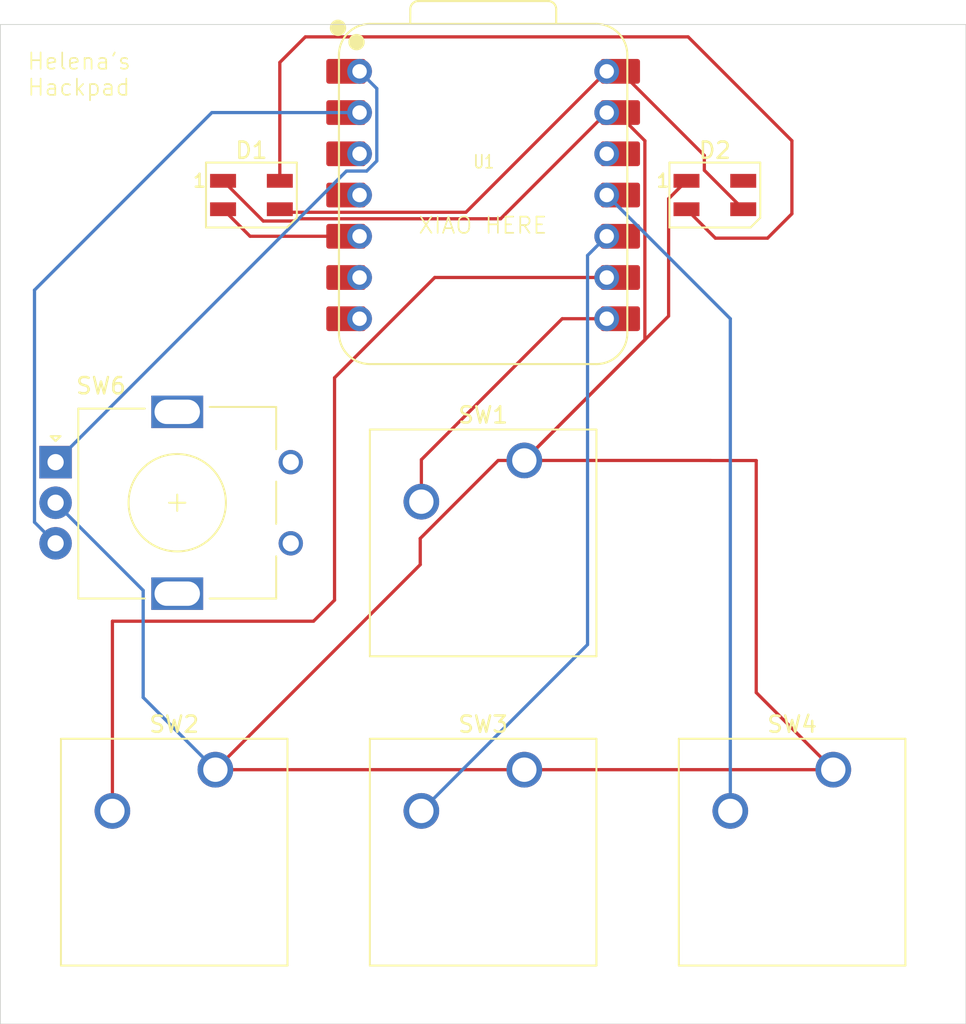
<source format=kicad_pcb>
(kicad_pcb (version 20241229) (generator "pcbnew") (generator_version "9.0")
  (layers (0 "F.Cu" signal) (2 "B.Cu" signal) (13 "F.Paste" user) (15 "B.Paste" user) (5 "F.SilkS" user "F.Silkscreen") (7 "B.SilkS" user "B.Silkscreen") (1 "F.Mask" user) (3 "B.Mask" user) (25 "Edge.Cuts" user))
  (net 0 "")
  (net 1 "+5V")
  (net 2 "Net-(D1-DIN)")
  (net 3 "Net-(D1-DOUT)")
  (net 5 "GND")
  (net 6 "Net-(U1-GPIO1{slash}RX)")
  (net 7 "Net-(U1-GPIO2{slash}SCK)")
  (net 8 "Net-(U1-GPIO4{slash}MISO)")
  (net 9 "Net-(U1-GPIO3{slash}MOSI)")
  (net 11 "Net-(U1-GPIO27{slash}ADC1{slash}A1)")
  (net 15 "Net-(U1-GPIO26{slash}ADC0{slash}A0)")
  (footprint "Rotary_Encoder:RotaryEncoder_Alps_EC11E_Vertical_H20mm" (layer "F.Cu") (at 54.6 61.7)
    (property "Reference" "SW6" (at 2.8 -4.7 0) (layer "F.SilkS"))
    (property "Value" "RotaryEncoder")
    (fp_line (start -0.3 -1.6) (end 0.3 -1.6) (stroke (width 0.12)) (layer "F.SilkS"))
    (fp_line (start 0 -1.3) (end -0.3 -1.6) (stroke (width 0.12)) (layer "F.SilkS"))
    (fp_line (start 0.3 -1.6) (end 0 -1.3) (stroke (width 0.12)) (layer "F.SilkS"))
    (fp_line (start 1.4 -3.3) (end 1.4 8.4) (stroke (width 0.12)) (layer "F.SilkS"))
    (fp_line (start 5.5 -3.3) (end 1.4 -3.3) (stroke (width 0.12)) (layer "F.SilkS"))
    (fp_line (start 5.5 8.4) (end 1.4 8.4) (stroke (width 0.12)) (layer "F.SilkS"))
    (fp_line (start 7 2.5) (end 8 2.5) (stroke (width 0.12)) (layer "F.SilkS"))
    (fp_line (start 7.5 2) (end 7.5 3) (stroke (width 0.12)) (layer "F.SilkS"))
    (fp_line (start 9.5 -3.4) (end 13.6 -3.4) (stroke (width 0.12)) (layer "F.SilkS"))
    (fp_line (start 13.6 -3.4) (end 13.6 -0.8) (stroke (width 0.12)) (layer "F.SilkS"))
    (fp_line (start 13.6 1.2) (end 13.6 3.8) (stroke (width 0.12)) (layer "F.SilkS"))
    (fp_line (start 13.6 5.8) (end 13.6 8.4) (stroke (width 0.12)) (layer "F.SilkS"))
    (fp_line (start 13.6 8.4) (end 9.5 8.4) (stroke (width 0.12)) (layer "F.SilkS"))
    (fp_circle (center 7.5 2.5) (end 10.5 2.5) (stroke (width 0.12)) (fill no) (layer "F.SilkS"))
    (pad "" thru_hole circle (at 14.5 0) (size 1.5 1.5) (drill 1) (layers "*.Cu" "*.Mask"))
    (pad "" thru_hole circle (at 14.5 5) (size 1.5 1.5) (drill 1) (layers "*.Cu" "*.Mask"))
    (pad "A" thru_hole rect (at 0 0) (size 2 2) (drill 1) (layers "*.Cu" "*.Mask") (net 15 "Net-(U1-GPIO26{slash}ADC0{slash}A0)"))
    (pad "B" thru_hole circle (at 0 5) (size 2 2) (drill 1) (layers "*.Cu" "*.Mask") (net 11 "Net-(U1-GPIO27{slash}ADC1{slash}A1)"))
    (pad "C" thru_hole circle (at 0 2.5) (size 2 2) (drill 1) (layers "*.Cu" "*.Mask") (net 5 "GND"))
    (pad "MP" thru_hole rect (at 7.5 -3.1) (size 3.2 2) (drill oval 2.8 1.5) (layers "*.Cu" "*.Mask"))
    (pad "MP" thru_hole rect (at 7.5 8.1) (size 3.2 2) (drill oval 2.8 1.5) (layers "*.Cu" "*.Mask"))
  )
  (footprint "Button_Switch_Keyboard:SW_Cherry_MX_1.00u_PCB" (layer "F.Cu") (at 64.4525 80.645)
    (property "Reference" "SW2" (at -2.54 -2.794 0) (layer "F.SilkS"))
    (property "Value" "SW_Push")
    (fp_line (start -9.525 -1.905) (end 4.445 -1.905) (stroke (width 0.12)) (layer "F.SilkS"))
    (fp_line (start -9.525 12.065) (end -9.525 -1.905) (stroke (width 0.12)) (layer "F.SilkS"))
    (fp_line (start 4.445 -1.905) (end 4.445 12.065) (stroke (width 0.12)) (layer "F.SilkS"))
    (fp_line (start 4.445 12.065) (end -9.525 12.065) (stroke (width 0.12)) (layer "F.SilkS"))
    (pad "" np_thru_hole circle (at -7.62 5.08) (size 1.7 1.7) (drill 1.7) (layers "*.Cu" "*.Mask"))
    (pad "" np_thru_hole circle (at -2.54 5.08) (size 4 4) (drill 4) (layers "*.Cu" "*.Mask"))
    (pad "" np_thru_hole circle (at 2.54 5.08) (size 1.7 1.7) (drill 1.7) (layers "*.Cu" "*.Mask"))
    (pad "1" thru_hole circle (at 0 0) (size 2.2 2.2) (drill 1.5) (layers "*.Cu" "*.Mask") (net 5 "GND"))
    (pad "2" thru_hole circle (at -6.35 2.54) (size 2.2 2.2) (drill 1.5) (layers "*.Cu" "*.Mask") (net 7 "Net-(U1-GPIO2{slash}SCK)"))
  )
  (footprint "OPL Lib:XIAO-RP2040-DIP" (layer "F.Cu") (at 80.9625 45.24375)
    (property "Reference" "U1" (at 0.0375 -2.04375 0) (layer "F.SilkS") (effects (font (size 0.8 0.635) (thickness 0.1016))))
    (property "Value" "XIAO-RP2040-DIP")
    (fp_line (start -8.89 8.509) (end -8.89 -8.636) (stroke (width 0.127)) (layer "F.SilkS"))
    (fp_line (start -6.985 10.414) (end 6.985 10.414) (stroke (width 0.127)) (layer "F.SilkS"))
    (fp_line (start -4.495 -10.541) (end -4.491272 -11.451272) (stroke (width 0.127)) (layer "F.SilkS"))
    (fp_line (start -3.991272 -11.951) (end 4.004 -11.951) (stroke (width 0.127)) (layer "F.SilkS"))
    (fp_line (start 4.504 -11.451) (end 4.504 -10.541) (stroke (width 0.127)) (layer "F.SilkS"))
    (fp_line (start 6.985 -10.541) (end -6.985 -10.541) (stroke (width 0.1)) (layer "F.SilkS"))
    (fp_line (start 6.985 -10.541) (end -6.985 -10.541) (stroke (width 0.127)) (layer "F.SilkS"))
    (fp_line (start 8.89 8.509) (end 8.89 -8.636) (stroke (width 0.127)) (layer "F.SilkS"))
    (fp_arc (start -8.89 -8.636) (mid -8.332038 -9.983038) (end -6.985 -10.541) (stroke (width 0.127)) (layer "F.SilkS"))
    (fp_arc (start -6.985 10.414) (mid -8.332038 9.856038) (end -8.89 8.509) (stroke (width 0.127)) (layer "F.SilkS"))
    (fp_arc (start -4.491272 -11.451272) (mid -4.344728 -11.80464) (end -3.991272 -11.951) (stroke (width 0.127)) (layer "F.SilkS"))
    (fp_arc (start 4.004 -11.951) (mid 4.357553 -11.804553) (end 4.504 -11.451) (stroke (width 0.127)) (layer "F.SilkS"))
    (fp_arc (start 6.985 -10.541) (mid 8.332038 -9.983038) (end 8.89 -8.636) (stroke (width 0.127)) (layer "F.SilkS"))
    (fp_arc (start 8.89 8.509) (mid 8.332038 9.856038) (end 6.985 10.414) (stroke (width 0.127)) (layer "F.SilkS"))
    (fp_circle (center -8.95 -10.3) (end -8.95 -10.554) (stroke (width 0.5)) (fill yes) (layer "F.SilkS"))
    (fp_circle (center -7.807 -9.42) (end -7.807 -9.674) (stroke (width 0.5)) (fill yes) (layer "F.SilkS"))
    (pad "1" smd roundrect (at -8.455 -7.62 180) (size 2.432 1.524) (layers "F.Cu" "F.Mask") (roundrect_rratio 0.1) (net 15 "Net-(U1-GPIO26{slash}ADC0{slash}A0)"))
    (pad "1" thru_hole circle (at -7.62 -7.62 180) (size 1.524 1.524) (drill 0.889) (layers "*.Cu" "*.Mask") (net 15 "Net-(U1-GPIO26{slash}ADC0{slash}A0)"))
    (pad "2" smd roundrect (at -8.455 -5.08 180) (size 2.432 1.524) (layers "F.Cu" "F.Mask") (roundrect_rratio 0.1) (net 11 "Net-(U1-GPIO27{slash}ADC1{slash}A1)"))
    (pad "2" thru_hole circle (at -7.62 -5.08 180) (size 1.524 1.524) (drill 0.889) (layers "*.Cu" "*.Mask") (net 11 "Net-(U1-GPIO27{slash}ADC1{slash}A1)"))
    (pad "3" smd roundrect (at -8.455 -2.54 180) (size 2.432 1.524) (layers "F.Cu" "F.Mask") (roundrect_rratio 0.1))
    (pad "3" thru_hole circle (at -7.62 -2.54 180) (size 1.524 1.524) (drill 0.889) (layers "*.Cu" "*.Mask"))
    (pad "4" smd roundrect (at -8.455 0 180) (size 2.432 1.524) (layers "F.Cu" "F.Mask") (roundrect_rratio 0.1))
    (pad "4" thru_hole circle (at -7.62 0 180) (size 1.524 1.524) (drill 0.889) (layers "*.Cu" "*.Mask"))
    (pad "5" smd roundrect (at -8.455 2.54 180) (size 2.432 1.524) (layers "F.Cu" "F.Mask") (roundrect_rratio 0.1) (net 2 "Net-(D1-DIN)"))
    (pad "5" thru_hole circle (at -7.62 2.54 180) (size 1.524 1.524) (drill 0.889) (layers "*.Cu" "*.Mask") (net 2 "Net-(D1-DIN)"))
    (pad "6" smd roundrect (at -8.455 5.08 180) (size 2.432 1.524) (layers "F.Cu" "F.Mask") (roundrect_rratio 0.1))
    (pad "6" thru_hole circle (at -7.62 5.08 180) (size 1.524 1.524) (drill 0.889) (layers "*.Cu" "*.Mask"))
    (pad "7" smd roundrect (at -8.455 7.62 180) (size 2.432 1.524) (layers "F.Cu" "F.Mask") (roundrect_rratio 0.1))
    (pad "7" thru_hole circle (at -7.62 7.62 180) (size 1.524 1.524) (drill 0.889) (layers "*.Cu" "*.Mask"))
    (pad "8" thru_hole circle (at 7.62 7.62) (size 1.524 1.524) (drill 0.889) (layers "*.Cu" "*.Mask") (net 6 "Net-(U1-GPIO1{slash}RX)"))
    (pad "8" smd roundrect (at 8.455 7.62) (size 2.432 1.524) (layers "F.Cu" "F.Mask") (roundrect_rratio 0.1) (net 6 "Net-(U1-GPIO1{slash}RX)"))
    (pad "9" thru_hole circle (at 7.62 5.08) (size 1.524 1.524) (drill 0.889) (layers "*.Cu" "*.Mask") (net 7 "Net-(U1-GPIO2{slash}SCK)"))
    (pad "9" smd roundrect (at 8.455 5.08) (size 2.432 1.524) (layers "F.Cu" "F.Mask") (roundrect_rratio 0.1) (net 7 "Net-(U1-GPIO2{slash}SCK)"))
    (pad "10" thru_hole circle (at 7.62 2.54) (size 1.524 1.524) (drill 0.889) (layers "*.Cu" "*.Mask") (net 8 "Net-(U1-GPIO4{slash}MISO)"))
    (pad "10" smd roundrect (at 8.455 2.54) (size 2.432 1.524) (layers "F.Cu" "F.Mask") (roundrect_rratio 0.1) (net 8 "Net-(U1-GPIO4{slash}MISO)"))
    (pad "11" thru_hole circle (at 7.62 0) (size 1.524 1.524) (drill 0.889) (layers "*.Cu" "*.Mask") (net 9 "Net-(U1-GPIO3{slash}MOSI)"))
    (pad "11" smd roundrect (at 8.455 0) (size 2.432 1.524) (layers "F.Cu" "F.Mask") (roundrect_rratio 0.1) (net 9 "Net-(U1-GPIO3{slash}MOSI)"))
    (pad "12" thru_hole circle (at 7.62 -2.54) (size 1.524 1.524) (drill 0.889) (layers "*.Cu" "*.Mask"))
    (pad "12" smd roundrect (at 8.455 -2.54) (size 2.432 1.524) (layers "F.Cu" "F.Mask") (roundrect_rratio 0.1))
    (pad "13" thru_hole circle (at 7.62 -5.08) (size 1.524 1.524) (drill 0.889) (layers "*.Cu" "*.Mask") (net 5 "GND"))
    (pad "13" smd roundrect (at 8.455 -5.08) (size 2.432 1.524) (layers "F.Cu" "F.Mask") (roundrect_rratio 0.1) (net 5 "GND"))
    (pad "14" thru_hole circle (at 7.62 -7.62) (size 1.524 1.524) (drill 0.889) (layers "*.Cu" "*.Mask") (net 1 "+5V"))
    (pad "14" smd roundrect (at 8.455 -7.62) (size 2.432 1.524) (layers "F.Cu" "F.Mask") (roundrect_rratio 0.1) (net 1 "+5V"))
  )
  (footprint "Button_Switch_Keyboard:SW_Cherry_MX_1.00u_PCB" (layer "F.Cu") (at 83.5025 61.595)
    (property "Reference" "SW1" (at -2.54 -2.794 0) (layer "F.SilkS"))
    (property "Value" "SW_Push")
    (fp_line (start -9.525 -1.905) (end 4.445 -1.905) (stroke (width 0.12)) (layer "F.SilkS"))
    (fp_line (start -9.525 12.065) (end -9.525 -1.905) (stroke (width 0.12)) (layer "F.SilkS"))
    (fp_line (start 4.445 -1.905) (end 4.445 12.065) (stroke (width 0.12)) (layer "F.SilkS"))
    (fp_line (start 4.445 12.065) (end -9.525 12.065) (stroke (width 0.12)) (layer "F.SilkS"))
    (pad "" np_thru_hole circle (at -7.62 5.08) (size 1.7 1.7) (drill 1.7) (layers "*.Cu" "*.Mask"))
    (pad "" np_thru_hole circle (at -2.54 5.08) (size 4 4) (drill 4) (layers "*.Cu" "*.Mask"))
    (pad "" np_thru_hole circle (at 2.54 5.08) (size 1.7 1.7) (drill 1.7) (layers "*.Cu" "*.Mask"))
    (pad "1" thru_hole circle (at 0 0) (size 2.2 2.2) (drill 1.5) (layers "*.Cu" "*.Mask") (net 5 "GND"))
    (pad "2" thru_hole circle (at -6.35 2.54) (size 2.2 2.2) (drill 1.5) (layers "*.Cu" "*.Mask") (net 6 "Net-(U1-GPIO1{slash}RX)"))
  )
  (footprint "LED_SMD:LED_SK6812MINI_PLCC4_3.5x3.5mm_P1.75mm" (layer "F.Cu") (at 95.25 45.24375)
    (property "Reference" "D2" (at 0 -2.75 0) (layer "F.SilkS"))
    (property "Value" "SK6812")
    (fp_line (start -2.8 -2) (end -2.8 2) (stroke (width 0.12)) (layer "F.SilkS"))
    (fp_line (start -2.8 -2) (end 2.8 -2) (stroke (width 0.12)) (layer "F.SilkS"))
    (fp_line (start -2.8 2) (end 2.2 2) (stroke (width 0.12)) (layer "F.SilkS"))
    (fp_line (start 2.8 1.4) (end 2.2 2) (stroke (width 0.12)) (layer "F.SilkS"))
    (fp_line (start 2.8 1.4) (end 2.8 -2) (stroke (width 0.12)) (layer "F.SilkS"))
    (fp_text user "1" (at -3.2 -0.875 0) (layer "F.SilkS") (effects (font (size 0.8 0.8))))
    (pad "1" smd rect (at -1.75 -0.875) (size 1.6 0.85) (layers "F.Cu" "F.Mask" "F.Paste") (net 5 "GND"))
    (pad "2" smd rect (at -1.75 0.875) (size 1.6 0.85) (layers "F.Cu" "F.Mask" "F.Paste") (net 3 "Net-(D1-DOUT)"))
    (pad "3" smd rect (at 1.75 0.875) (size 1.6 0.85) (layers "F.Cu" "F.Mask" "F.Paste") (net 1 "+5V"))
    (pad "4" smd rect (at 1.75 -0.875) (size 1.6 0.85) (layers "F.Cu" "F.Mask" "F.Paste"))
  )
  (footprint "Button_Switch_Keyboard:SW_Cherry_MX_1.00u_PCB" (layer "F.Cu") (at 102.5525 80.645)
    (property "Reference" "SW4" (at -2.54 -2.794 0) (layer "F.SilkS"))
    (property "Value" "SW_Push")
    (fp_line (start -9.525 -1.905) (end 4.445 -1.905) (stroke (width 0.12)) (layer "F.SilkS"))
    (fp_line (start -9.525 12.065) (end -9.525 -1.905) (stroke (width 0.12)) (layer "F.SilkS"))
    (fp_line (start 4.445 -1.905) (end 4.445 12.065) (stroke (width 0.12)) (layer "F.SilkS"))
    (fp_line (start 4.445 12.065) (end -9.525 12.065) (stroke (width 0.12)) (layer "F.SilkS"))
    (pad "" np_thru_hole circle (at -7.62 5.08) (size 1.7 1.7) (drill 1.7) (layers "*.Cu" "*.Mask"))
    (pad "" np_thru_hole circle (at -2.54 5.08) (size 4 4) (drill 4) (layers "*.Cu" "*.Mask"))
    (pad "" np_thru_hole circle (at 2.54 5.08) (size 1.7 1.7) (drill 1.7) (layers "*.Cu" "*.Mask"))
    (pad "1" thru_hole circle (at 0 0) (size 2.2 2.2) (drill 1.5) (layers "*.Cu" "*.Mask") (net 5 "GND"))
    (pad "2" thru_hole circle (at -6.35 2.54) (size 2.2 2.2) (drill 1.5) (layers "*.Cu" "*.Mask") (net 9 "Net-(U1-GPIO3{slash}MOSI)"))
  )
  (footprint "LED_SMD:LED_SK6812MINI_PLCC4_3.5x3.5mm_P1.75mm" (layer "F.Cu") (at 66.675 45.24375)
    (property "Reference" "D1" (at 0 -2.75 0) (layer "F.SilkS"))
    (property "Value" "SK6812")
    (fp_line (start -2.8 -2) (end -2.8 2) (stroke (width 0.12)) (layer "F.SilkS"))
    (fp_line (start -2.8 -2) (end 2.8 -2) (stroke (width 0.12)) (layer "F.SilkS"))
    (fp_line (start -2.8 2) (end 2.2 2) (stroke (width 0.12)) (layer "F.SilkS"))
    (fp_line (start 2.8 1.4) (end 2.2 2) (stroke (width 0.12)) (layer "F.SilkS"))
    (fp_line (start 2.8 1.4) (end 2.8 -2) (stroke (width 0.12)) (layer "F.SilkS"))
    (fp_text user "1" (at -3.2 -0.875 0) (layer "F.SilkS") (effects (font (size 0.8 0.8))))
    (pad "1" smd rect (at -1.75 -0.875) (size 1.6 0.85) (layers "F.Cu" "F.Mask" "F.Paste") (net 5 "GND"))
    (pad "2" smd rect (at -1.75 0.875) (size 1.6 0.85) (layers "F.Cu" "F.Mask" "F.Paste") (net 2 "Net-(D1-DIN)"))
    (pad "3" smd rect (at 1.75 0.875) (size 1.6 0.85) (layers "F.Cu" "F.Mask" "F.Paste") (net 1 "+5V"))
    (pad "4" smd rect (at 1.75 -0.875) (size 1.6 0.85) (layers "F.Cu" "F.Mask" "F.Paste") (net 3 "Net-(D1-DOUT)"))
  )
  (footprint "Button_Switch_Keyboard:SW_Cherry_MX_1.00u_PCB" (layer "F.Cu") (at 83.5025 80.645)
    (property "Reference" "SW3" (at -2.54 -2.794 0) (layer "F.SilkS"))
    (property "Value" "SW_Push")
    (fp_line (start -9.525 -1.905) (end 4.445 -1.905) (stroke (width 0.12)) (layer "F.SilkS"))
    (fp_line (start -9.525 12.065) (end -9.525 -1.905) (stroke (width 0.12)) (layer "F.SilkS"))
    (fp_line (start 4.445 -1.905) (end 4.445 12.065) (stroke (width 0.12)) (layer "F.SilkS"))
    (fp_line (start 4.445 12.065) (end -9.525 12.065) (stroke (width 0.12)) (layer "F.SilkS"))
    (pad "" np_thru_hole circle (at -7.62 5.08) (size 1.7 1.7) (drill 1.7) (layers "*.Cu" "*.Mask"))
    (pad "" np_thru_hole circle (at -2.54 5.08) (size 4 4) (drill 4) (layers "*.Cu" "*.Mask"))
    (pad "" np_thru_hole circle (at 2.54 5.08) (size 1.7 1.7) (drill 1.7) (layers "*.Cu" "*.Mask"))
    (pad "1" thru_hole circle (at 0 0) (size 2.2 2.2) (drill 1.5) (layers "*.Cu" "*.Mask") (net 5 "GND"))
    (pad "2" thru_hole circle (at -6.35 2.54) (size 2.2 2.2) (drill 1.5) (layers "*.Cu" "*.Mask") (net 8 "Net-(U1-GPIO4{slash}MISO)"))
  )
  (gr_rect (start 51.196875 34.7375) (end 110.728125 96.3125) (stroke (width 0.05)) (fill no) (layer "Edge.Cuts"))
  (gr_text "XIAO HERE" (at 76.9 47.7 0) (layer "F.SilkS") (effects (font (size 1 1) (thickness 0.1)) (justify left bottom)))
  (gr_text "Helena's \nHackpad" (at 52.8 39.2 0) (layer "F.SilkS") (effects (font (size 1 1) (thickness 0.1)) (justify left bottom)))
  (segment (start 68.425 46.11875) (end 68.613 46.30675) (width 0.2) (layer "F.Cu") (net 1))
  (segment (start 79.8995 46.30675) (end 88.5825 37.62375) (width 0.2) (layer "F.Cu") (net 1))
  (segment (start 68.613 46.30675) (end 79.8995 46.30675) (width 0.2) (layer "F.Cu") (net 1))
  (segment (start 97 46.11875) (end 94.6 43.71875) (width 0.2) (layer "F.Cu") (net 1))
  (segment (start 94.6 43.71875) (end 94.6 42.80625) (width 0.2) (layer "F.Cu") (net 1))
  (segment (start 94.6 42.80625) (end 89.4175 37.62375) (width 0.2) (layer "F.Cu") (net 1))
  (segment (start 64.925 46.11875) (end 66.59 47.78375) (width 0.2) (layer "F.Cu") (net 2))
  (segment (start 66.59 47.78375) (end 72.5075 47.78375) (width 0.2) (layer "F.Cu") (net 2))
  (segment (start 98.5 47.9) (end 95.28125 47.9) (width 0.2) (layer "F.Cu") (net 3))
  (segment (start 100 46.4) (end 98.5 47.9) (width 0.2) (layer "F.Cu") (net 3))
  (segment (start 93.6 35.5) (end 100 41.9) (width 0.2) (layer "F.Cu") (net 3))
  (segment (start 70 35.5) (end 93.6 35.5) (width 0.2) (layer "F.Cu") (net 3))
  (segment (start 100 41.9) (end 100 46.4) (width 0.2) (layer "F.Cu") (net 3))
  (segment (start 95.28125 47.9) (end 93.5 46.11875) (width 0.2) (layer "F.Cu") (net 3))
  (segment (start 68.425 37.075) (end 70 35.5) (width 0.2) (layer "F.Cu") (net 3))
  (segment (start 68.425 44.36875) (end 68.425 37.075) (width 0.2) (layer "F.Cu") (net 3))
  (segment (start 95 61.6) (end 94.995 61.595) (width 0.2) (layer "F.Cu") (net 5))
  (segment (start 81.8885 61.595) (end 83.5025 61.595) (width 0.2) (layer "F.Cu") (net 5))
  (segment (start 64.4525 80.645) (end 83.5025 80.645) (width 0.2) (layer "F.Cu") (net 5))
  (segment (start 90.9345 54.163) (end 90.9345 41.902124) (width 0.2) (layer "F.Cu") (net 5))
  (segment (start 89.196126 40.16375) (end 88.5825 40.16375) (width 0.2) (layer "F.Cu") (net 5))
  (segment (start 97.8 75.8925) (end 97.8 61.6) (width 0.2) (layer "F.Cu") (net 5))
  (segment (start 69.526 46.70775) (end 82.0385 46.70775) (width 0.2) (layer "F.Cu") (net 5))
  (segment (start 97.8 61.6) (end 95 61.6) (width 0.2) (layer "F.Cu") (net 5))
  (segment (start 92.399 52.6985) (end 92.399 45.46975) (width 0.2) (layer "F.Cu") (net 5))
  (segment (start 83.5025 80.645) (end 102.5525 80.645) (width 0.2) (layer "F.Cu") (net 5))
  (segment (start 82.0385 46.70775) (end 88.5825 40.16375) (width 0.2) (layer "F.Cu") (net 5))
  (segment (start 64.925 44.36875) (end 67.401 46.84475) (width 0.2) (layer "F.Cu") (net 5))
  (segment (start 67.401 46.84475) (end 69.389 46.84475) (width 0.2) (layer "F.Cu") (net 5))
  (segment (start 69.389 46.84475) (end 69.526 46.70775) (width 0.2) (layer "F.Cu") (net 5))
  (segment (start 102.5525 80.645) (end 97.8 75.8925) (width 0.2) (layer "F.Cu") (net 5))
  (segment (start 77.0835 68.014) (end 77.0835 66.4) (width 0.2) (layer "F.Cu") (net 5))
  (segment (start 83.5025 61.595) (end 90.9345 54.163) (width 0.2) (layer "F.Cu") (net 5))
  (segment (start 64.4525 80.645) (end 77.0835 68.014) (width 0.2) (layer "F.Cu") (net 5))
  (segment (start 94.995 61.595) (end 83.5025 61.595) (width 0.2) (layer "F.Cu") (net 5))
  (segment (start 92.399 45.46975) (end 93.5 44.36875) (width 0.2) (layer "F.Cu") (net 5))
  (segment (start 77.0835 66.4) (end 81.8885 61.595) (width 0.2) (layer "F.Cu") (net 5))
  (segment (start 90.9345 41.902124) (end 89.196126 40.16375) (width 0.2) (layer "F.Cu") (net 5))
  (segment (start 83.5025 61.595) (end 92.399 52.6985) (width 0.2) (layer "F.Cu") (net 5))
  (segment (start 64.4525 80.645) (end 60 76.1925) (width 0.2) (layer "B.Cu") (net 5))
  (segment (start 60 76.1925) (end 60 69.6) (width 0.2) (layer "B.Cu") (net 5))
  (segment (start 60 69.6) (end 54.6 64.2) (width 0.2) (layer "B.Cu") (net 5))
  (segment (start 77.1525 64.135) (end 77.1525 61.5475) (width 0.2) (layer "F.Cu") (net 6))
  (segment (start 77.1525 61.5475) (end 85.83625 52.86375) (width 0.2) (layer "F.Cu") (net 6))
  (segment (start 85.83625 52.86375) (end 88.5825 52.86375) (width 0.2) (layer "F.Cu") (net 6))
  (segment (start 58.1025 83.185) (end 58.1025 71.4975) (width 0.2) (layer "F.Cu") (net 7))
  (segment (start 58.1025 71.4975) (end 70.5025 71.4975) (width 0.2) (layer "F.Cu") (net 7))
  (segment (start 71.8 56.5) (end 77.97625 50.32375) (width 0.2) (layer "F.Cu") (net 7))
  (segment (start 71.8 70.2) (end 71.8 56.5) (width 0.2) (layer "F.Cu") (net 7))
  (segment (start 70.5025 71.4975) (end 71.8 70.2) (width 0.2) (layer "F.Cu") (net 7))
  (segment (start 77.97625 50.32375) (end 88.5825 50.32375) (width 0.2) (layer "F.Cu") (net 7))
  (segment (start 77.1525 83.185) (end 87.4 72.9375) (width 0.2) (layer "B.Cu") (net 8))
  (segment (start 87.4 48.96625) (end 88.5825 47.78375) (width 0.2) (layer "B.Cu") (net 8))
  (segment (start 87.4 72.9375) (end 87.4 48.96625) (width 0.2) (layer "B.Cu") (net 8))
  (segment (start 96.2025 52.86375) (end 88.5825 45.24375) (width 0.2) (layer "B.Cu") (net 9))
  (segment (start 96.2025 83.185) (end 96.2025 52.86375) (width 0.2) (layer "B.Cu") (net 9))
  (segment (start 54.6 66.7) (end 53.299 65.399) (width 0.2) (layer "B.Cu") (net 11))
  (segment (start 64.23625 40.16375) (end 73.3425 40.16375) (width 0.2) (layer "B.Cu") (net 11))
  (segment (start 53.299 51.101) (end 64.23625 40.16375) (width 0.2) (layer "B.Cu") (net 11))
  (segment (start 53.299 65.399) (end 53.299 51.101) (width 0.2) (layer "B.Cu") (net 11))
  (segment (start 72.53325 43.76675) (end 73.78281 43.76675) (width 0.2) (layer "B.Cu") (net 15))
  (segment (start 54.6 61.7) (end 72.53325 43.76675) (width 0.2) (layer "B.Cu") (net 15))
  (segment (start 74.4055 43.14406) (end 74.4055 38.68675) (width 0.2) (layer "B.Cu") (net 15))
  (segment (start 74.4055 38.68675) (end 73.3425 37.62375) (width 0.2) (layer "B.Cu") (net 15))
  (segment (start 73.78281 43.76675) (end 74.4055 43.14406) (width 0.2) (layer "B.Cu") (net 15))
)
</source>
